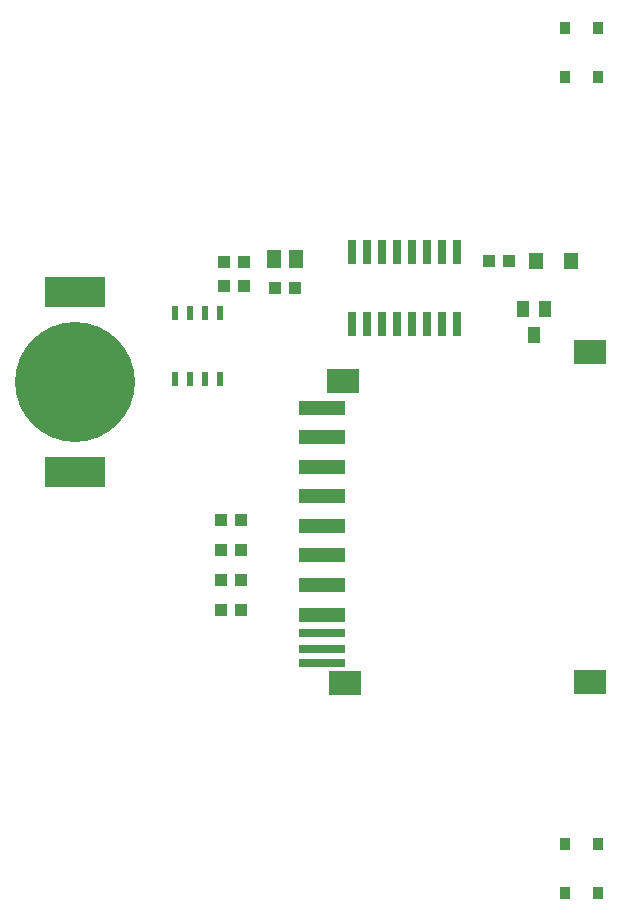
<source format=gtp>
G75*
%MOIN*%
%OFA0B0*%
%FSLAX25Y25*%
%IPPOS*%
%LPD*%
%AMOC8*
5,1,8,0,0,1.08239X$1,22.5*
%
%ADD10R,0.02600X0.08000*%
%ADD11R,0.11024X0.07874*%
%ADD12R,0.15748X0.02756*%
%ADD13R,0.15748X0.04724*%
%ADD14R,0.04724X0.05512*%
%ADD15R,0.03937X0.04331*%
%ADD16R,0.03199X0.04134*%
%ADD17R,0.04331X0.03937*%
%ADD18R,0.03937X0.05512*%
%ADD19R,0.20000X0.10000*%
%ADD20C,0.40000*%
%ADD21R,0.05118X0.05906*%
%ADD22R,0.02362X0.04724*%
D10*
X0147750Y0205900D03*
X0152750Y0205900D03*
X0157750Y0205900D03*
X0162750Y0205900D03*
X0167750Y0205900D03*
X0172750Y0205900D03*
X0177750Y0205900D03*
X0182750Y0205900D03*
X0182750Y0230100D03*
X0177750Y0230100D03*
X0172750Y0230100D03*
X0167750Y0230100D03*
X0162750Y0230100D03*
X0157750Y0230100D03*
X0152750Y0230100D03*
X0147750Y0230100D03*
D11*
X0144793Y0187063D03*
X0145187Y0086276D03*
X0227077Y0086669D03*
X0227077Y0196512D03*
D12*
X0137707Y0102811D03*
X0137707Y0097693D03*
X0137707Y0092969D03*
D13*
X0137707Y0109110D03*
X0137707Y0118953D03*
X0137707Y0128795D03*
X0137707Y0138638D03*
X0137707Y0148480D03*
X0137707Y0158323D03*
X0137707Y0168165D03*
X0137707Y0178008D03*
D14*
X0208844Y0227000D03*
X0220656Y0227000D03*
D15*
X0200096Y0227000D03*
X0193404Y0227000D03*
X0111596Y0226500D03*
X0104904Y0226500D03*
X0104904Y0218500D03*
X0111596Y0218500D03*
D16*
X0218738Y0288331D03*
X0229762Y0288331D03*
X0229762Y0304669D03*
X0218738Y0304669D03*
X0218738Y0032669D03*
X0229762Y0032669D03*
X0229762Y0016331D03*
X0218738Y0016331D03*
D17*
X0103904Y0110500D03*
X0110596Y0110500D03*
X0110596Y0120500D03*
X0103904Y0120500D03*
X0103904Y0130500D03*
X0110596Y0130500D03*
X0110596Y0140500D03*
X0103904Y0140500D03*
X0121904Y0218000D03*
X0128596Y0218000D03*
D18*
X0204510Y0210831D03*
X0211990Y0210831D03*
X0208250Y0202169D03*
D19*
X0055250Y0216500D03*
X0055250Y0156500D03*
D20*
X0055250Y0186500D03*
D21*
X0121510Y0227500D03*
X0128990Y0227500D03*
D22*
X0103750Y0209524D03*
X0098750Y0209524D03*
X0093750Y0209524D03*
X0088750Y0209524D03*
X0088750Y0187476D03*
X0093750Y0187476D03*
X0098750Y0187476D03*
X0103750Y0187476D03*
M02*

</source>
